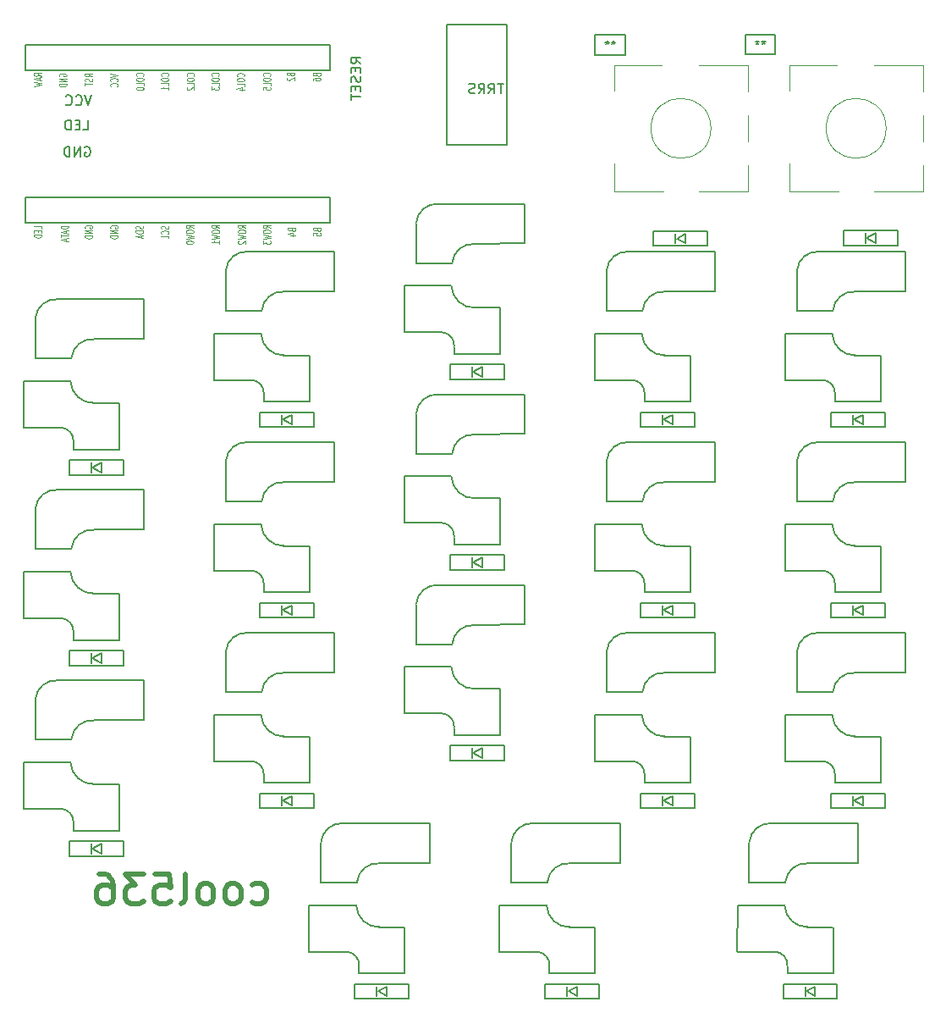
<source format=gbr>
G04 #@! TF.GenerationSoftware,KiCad,Pcbnew,(5.1.6-0-10_14)*
G04 #@! TF.CreationDate,2022-10-29T14:19:20+09:00*
G04 #@! TF.ProjectId,cool536v130,636f6f6c-3533-4367-9631-33302e6b6963,rev?*
G04 #@! TF.SameCoordinates,Original*
G04 #@! TF.FileFunction,Legend,Bot*
G04 #@! TF.FilePolarity,Positive*
%FSLAX46Y46*%
G04 Gerber Fmt 4.6, Leading zero omitted, Abs format (unit mm)*
G04 Created by KiCad (PCBNEW (5.1.6-0-10_14)) date 2022-10-29 14:19:20*
%MOMM*%
%LPD*%
G01*
G04 APERTURE LIST*
%ADD10C,0.500000*%
%ADD11C,0.150000*%
%ADD12C,0.120000*%
%ADD13C,0.125000*%
G04 APERTURE END LIST*
D10*
X65151428Y-121784285D02*
X65437142Y-121927142D01*
X66008571Y-121927142D01*
X66294285Y-121784285D01*
X66437142Y-121641428D01*
X66580000Y-121355714D01*
X66580000Y-120498571D01*
X66437142Y-120212857D01*
X66294285Y-120070000D01*
X66008571Y-119927142D01*
X65437142Y-119927142D01*
X65151428Y-120070000D01*
X63437142Y-121927142D02*
X63722857Y-121784285D01*
X63865714Y-121641428D01*
X64008571Y-121355714D01*
X64008571Y-120498571D01*
X63865714Y-120212857D01*
X63722857Y-120070000D01*
X63437142Y-119927142D01*
X63008571Y-119927142D01*
X62722857Y-120070000D01*
X62580000Y-120212857D01*
X62437142Y-120498571D01*
X62437142Y-121355714D01*
X62580000Y-121641428D01*
X62722857Y-121784285D01*
X63008571Y-121927142D01*
X63437142Y-121927142D01*
X60722857Y-121927142D02*
X61008571Y-121784285D01*
X61151428Y-121641428D01*
X61294285Y-121355714D01*
X61294285Y-120498571D01*
X61151428Y-120212857D01*
X61008571Y-120070000D01*
X60722857Y-119927142D01*
X60294285Y-119927142D01*
X60008571Y-120070000D01*
X59865714Y-120212857D01*
X59722857Y-120498571D01*
X59722857Y-121355714D01*
X59865714Y-121641428D01*
X60008571Y-121784285D01*
X60294285Y-121927142D01*
X60722857Y-121927142D01*
X58008571Y-121927142D02*
X58294285Y-121784285D01*
X58437142Y-121498571D01*
X58437142Y-118927142D01*
X55437142Y-118927142D02*
X56865714Y-118927142D01*
X57008571Y-120355714D01*
X56865714Y-120212857D01*
X56580000Y-120070000D01*
X55865714Y-120070000D01*
X55580000Y-120212857D01*
X55437142Y-120355714D01*
X55294285Y-120641428D01*
X55294285Y-121355714D01*
X55437142Y-121641428D01*
X55580000Y-121784285D01*
X55865714Y-121927142D01*
X56580000Y-121927142D01*
X56865714Y-121784285D01*
X57008571Y-121641428D01*
X54294285Y-118927142D02*
X52437142Y-118927142D01*
X53437142Y-120070000D01*
X53008571Y-120070000D01*
X52722857Y-120212857D01*
X52580000Y-120355714D01*
X52437142Y-120641428D01*
X52437142Y-121355714D01*
X52580000Y-121641428D01*
X52722857Y-121784285D01*
X53008571Y-121927142D01*
X53865714Y-121927142D01*
X54151428Y-121784285D01*
X54294285Y-121641428D01*
X49865714Y-118927142D02*
X50437142Y-118927142D01*
X50722857Y-119070000D01*
X50865714Y-119212857D01*
X51151428Y-119641428D01*
X51294285Y-120212857D01*
X51294285Y-121355714D01*
X51151428Y-121641428D01*
X51008571Y-121784285D01*
X50722857Y-121927142D01*
X50151428Y-121927142D01*
X49865714Y-121784285D01*
X49722857Y-121641428D01*
X49580000Y-121355714D01*
X49580000Y-120641428D01*
X49722857Y-120355714D01*
X49865714Y-120212857D01*
X50151428Y-120070000D01*
X50722857Y-120070000D01*
X51008571Y-120212857D01*
X51151428Y-120355714D01*
X51294285Y-120641428D01*
D11*
X85370000Y-104370000D02*
X85370000Y-105070000D01*
X80375000Y-98270000D02*
X80350000Y-102870000D01*
X89950000Y-100470000D02*
X89950000Y-105070000D01*
X84150000Y-102895000D02*
X80375000Y-102895000D01*
X85075000Y-98245000D02*
X80375000Y-98245000D01*
X89925000Y-100445000D02*
X87375000Y-100445000D01*
X89925000Y-105095000D02*
X85375000Y-105095000D01*
X92450000Y-94020000D02*
X87400000Y-94066000D01*
X92450000Y-93974000D02*
X92450000Y-90066000D01*
X92450000Y-90066000D02*
X83825000Y-90066000D01*
X81550000Y-92020000D02*
X81550000Y-95965000D01*
X81550000Y-95974000D02*
X85160000Y-95974000D01*
X81561000Y-91950000D02*
G75*
G02*
X83825000Y-90066000I2074000J-190000D01*
G01*
X85165000Y-95950000D02*
G75*
G02*
X87425000Y-94070000I2070000J-190000D01*
G01*
X85080000Y-98270000D02*
G75*
G03*
X87450000Y-100440000I2270000J100000D01*
G01*
X85370000Y-104320000D02*
G75*
G03*
X84150000Y-102900000I-1320000J100000D01*
G01*
X43450000Y-86449000D02*
X47060000Y-86449000D01*
X43450000Y-82495000D02*
X43450000Y-86440000D01*
X54350000Y-80541000D02*
X45725000Y-80541000D01*
X54350000Y-84449000D02*
X54350000Y-80541000D01*
X54350000Y-84495000D02*
X49300000Y-84541000D01*
X51825000Y-95570000D02*
X47275000Y-95570000D01*
X51825000Y-90920000D02*
X49275000Y-90920000D01*
X46975000Y-88720000D02*
X42275000Y-88720000D01*
X46050000Y-93370000D02*
X42275000Y-93370000D01*
X51850000Y-90945000D02*
X51850000Y-95545000D01*
X42275000Y-88745000D02*
X42250000Y-93345000D01*
X47270000Y-94845000D02*
X47270000Y-95545000D01*
X47270000Y-94795000D02*
G75*
G03*
X46050000Y-93375000I-1320000J100000D01*
G01*
X46980000Y-88745000D02*
G75*
G03*
X49350000Y-90915000I2270000J100000D01*
G01*
X47065000Y-86425000D02*
G75*
G02*
X49325000Y-84545000I2070000J-190000D01*
G01*
X43461000Y-82425000D02*
G75*
G02*
X45725000Y-80541000I2074000J-190000D01*
G01*
X91075000Y-119786500D02*
X94685000Y-119786500D01*
X91075000Y-115832500D02*
X91075000Y-119777500D01*
X101975000Y-113878500D02*
X93350000Y-113878500D01*
X101975000Y-117786500D02*
X101975000Y-113878500D01*
X101975000Y-117832500D02*
X96925000Y-117878500D01*
X99450000Y-128907500D02*
X94900000Y-128907500D01*
X99450000Y-124257500D02*
X96900000Y-124257500D01*
X94600000Y-122057500D02*
X89900000Y-122057500D01*
X93675000Y-126707500D02*
X89900000Y-126707500D01*
X99475000Y-124282500D02*
X99475000Y-128882500D01*
X89900000Y-122082500D02*
X89875000Y-126682500D01*
X94895000Y-128182500D02*
X94895000Y-128882500D01*
X94895000Y-128132500D02*
G75*
G03*
X93675000Y-126712500I-1320000J100000D01*
G01*
X94605000Y-122082500D02*
G75*
G03*
X96975000Y-124252500I2270000J100000D01*
G01*
X94690000Y-119762500D02*
G75*
G02*
X96950000Y-117882500I2070000J-190000D01*
G01*
X91086000Y-115762500D02*
G75*
G02*
X93350000Y-113878500I2074000J-190000D01*
G01*
X66320000Y-90082500D02*
X66320000Y-90782500D01*
X61325000Y-83982500D02*
X61300000Y-88582500D01*
X70900000Y-86182500D02*
X70900000Y-90782500D01*
X65100000Y-88607500D02*
X61325000Y-88607500D01*
X66025000Y-83957500D02*
X61325000Y-83957500D01*
X70875000Y-86157500D02*
X68325000Y-86157500D01*
X70875000Y-90807500D02*
X66325000Y-90807500D01*
X73400000Y-79732500D02*
X68350000Y-79778500D01*
X73400000Y-79686500D02*
X73400000Y-75778500D01*
X73400000Y-75778500D02*
X64775000Y-75778500D01*
X62500000Y-77732500D02*
X62500000Y-81677500D01*
X62500000Y-81686500D02*
X66110000Y-81686500D01*
X62511000Y-77662500D02*
G75*
G02*
X64775000Y-75778500I2074000J-190000D01*
G01*
X66115000Y-81662500D02*
G75*
G02*
X68375000Y-79782500I2070000J-190000D01*
G01*
X66030000Y-83982500D02*
G75*
G03*
X68400000Y-86152500I2270000J100000D01*
G01*
X66320000Y-90032500D02*
G75*
G03*
X65100000Y-88612500I-1320000J100000D01*
G01*
X68200000Y-73532499D02*
X69100000Y-74032499D01*
X69100000Y-74032499D02*
X69100000Y-73032499D01*
X69100000Y-73032499D02*
X68200000Y-73532499D01*
X68100000Y-74032499D02*
X68100000Y-73032499D01*
X71300000Y-74282499D02*
X65900000Y-74282499D01*
X65900000Y-74282499D02*
X65900000Y-72782499D01*
X65900000Y-72782499D02*
X71300000Y-72782499D01*
X71300000Y-72782499D02*
X71300000Y-74282499D01*
X120588000Y-130682500D02*
X121488000Y-131182500D01*
X121488000Y-131182500D02*
X121488000Y-130182500D01*
X121488000Y-130182500D02*
X120588000Y-130682500D01*
X120488000Y-131182500D02*
X120488000Y-130182500D01*
X123688000Y-131432500D02*
X118288000Y-131432500D01*
X118288000Y-131432500D02*
X118288000Y-129932500D01*
X118288000Y-129932500D02*
X123688000Y-129932500D01*
X123688000Y-129932500D02*
X123688000Y-131432500D01*
X107620000Y-55420000D02*
X108520000Y-54920000D01*
X108520000Y-54920000D02*
X108520000Y-55920000D01*
X108520000Y-55920000D02*
X107620000Y-55420000D01*
X107520000Y-54920000D02*
X107520000Y-55920000D01*
X110720000Y-54670000D02*
X105320000Y-54670000D01*
X105320000Y-54670000D02*
X105320000Y-56170000D01*
X105320000Y-56170000D02*
X110720000Y-56170000D01*
X110720000Y-56170000D02*
X110720000Y-54670000D01*
X125350000Y-73532499D02*
X126250000Y-74032499D01*
X126250000Y-74032499D02*
X126250000Y-73032499D01*
X126250000Y-73032499D02*
X125350000Y-73532499D01*
X125250000Y-74032499D02*
X125250000Y-73032499D01*
X128450000Y-74282499D02*
X123050000Y-74282499D01*
X123050000Y-74282499D02*
X123050000Y-72782499D01*
X123050000Y-72782499D02*
X128450000Y-72782499D01*
X128450000Y-72782499D02*
X128450000Y-74282499D01*
X84600000Y-46070000D02*
X84600000Y-34070000D01*
X90600000Y-46070000D02*
X84600000Y-46070000D01*
X90600000Y-34070000D02*
X90600000Y-46070000D01*
X84600000Y-34070000D02*
X90600000Y-34070000D01*
X62500000Y-100736500D02*
X66110000Y-100736500D01*
X62500000Y-96782500D02*
X62500000Y-100727500D01*
X73400000Y-94828500D02*
X64775000Y-94828500D01*
X73400000Y-98736500D02*
X73400000Y-94828500D01*
X73400000Y-98782500D02*
X68350000Y-98828500D01*
X70875000Y-109857500D02*
X66325000Y-109857500D01*
X70875000Y-105207500D02*
X68325000Y-105207500D01*
X66025000Y-103007500D02*
X61325000Y-103007500D01*
X65100000Y-107657500D02*
X61325000Y-107657500D01*
X70900000Y-105232500D02*
X70900000Y-109832500D01*
X61325000Y-103032500D02*
X61300000Y-107632500D01*
X66320000Y-109132500D02*
X66320000Y-109832500D01*
X66320000Y-109082500D02*
G75*
G03*
X65100000Y-107662500I-1320000J100000D01*
G01*
X66030000Y-103032500D02*
G75*
G03*
X68400000Y-105202500I2270000J100000D01*
G01*
X66115000Y-100712500D02*
G75*
G02*
X68375000Y-98832500I2070000J-190000D01*
G01*
X62511000Y-96712500D02*
G75*
G02*
X64775000Y-94828500I2074000J-190000D01*
G01*
X104420000Y-109132500D02*
X104420000Y-109832500D01*
X99425000Y-103032500D02*
X99400000Y-107632500D01*
X109000000Y-105232500D02*
X109000000Y-109832500D01*
X103200000Y-107657500D02*
X99425000Y-107657500D01*
X104125000Y-103007500D02*
X99425000Y-103007500D01*
X108975000Y-105207500D02*
X106425000Y-105207500D01*
X108975000Y-109857500D02*
X104425000Y-109857500D01*
X111500000Y-98782500D02*
X106450000Y-98828500D01*
X111500000Y-98736500D02*
X111500000Y-94828500D01*
X111500000Y-94828500D02*
X102875000Y-94828500D01*
X100600000Y-96782500D02*
X100600000Y-100727500D01*
X100600000Y-100736500D02*
X104210000Y-100736500D01*
X100611000Y-96712500D02*
G75*
G02*
X102875000Y-94828500I2074000J-190000D01*
G01*
X104215000Y-100712500D02*
G75*
G02*
X106475000Y-98832500I2070000J-190000D01*
G01*
X104130000Y-103032500D02*
G75*
G03*
X106500000Y-105202500I2270000J100000D01*
G01*
X104420000Y-109082500D02*
G75*
G03*
X103200000Y-107662500I-1320000J100000D01*
G01*
X42422000Y-38630000D02*
X42422000Y-36090000D01*
X42422000Y-36090000D02*
X72902000Y-36090000D01*
X72902000Y-36090000D02*
X72902000Y-38630000D01*
X72902000Y-38630000D02*
X42422000Y-38630000D01*
X42422000Y-53870000D02*
X42422000Y-51330000D01*
X42422000Y-51330000D02*
X72902000Y-51330000D01*
X72902000Y-51330000D02*
X72902000Y-53870000D01*
X72902000Y-53870000D02*
X42422000Y-53870000D01*
X49150000Y-78295000D02*
X50050000Y-78795000D01*
X50050000Y-78795000D02*
X50050000Y-77795000D01*
X50050000Y-77795000D02*
X49150000Y-78295000D01*
X49050000Y-78795000D02*
X49050000Y-77795000D01*
X52250000Y-79045000D02*
X46850000Y-79045000D01*
X46850000Y-79045000D02*
X46850000Y-77545000D01*
X46850000Y-77545000D02*
X52250000Y-77545000D01*
X52250000Y-77545000D02*
X52250000Y-79045000D01*
X118708000Y-128182500D02*
X118708000Y-128882500D01*
X113713000Y-122082500D02*
X113688000Y-126682500D01*
X123288000Y-124282500D02*
X123288000Y-128882500D01*
X117488000Y-126707500D02*
X113713000Y-126707500D01*
X118413000Y-122057500D02*
X113713000Y-122057500D01*
X123263000Y-124257500D02*
X120713000Y-124257500D01*
X123263000Y-128907500D02*
X118713000Y-128907500D01*
X125788000Y-117832500D02*
X120738000Y-117878500D01*
X125788000Y-117786500D02*
X125788000Y-113878500D01*
X125788000Y-113878500D02*
X117163000Y-113878500D01*
X114888000Y-115832500D02*
X114888000Y-119777500D01*
X114888000Y-119786500D02*
X118498000Y-119786500D01*
X114899000Y-115762500D02*
G75*
G02*
X117163000Y-113878500I2074000J-190000D01*
G01*
X118503000Y-119762500D02*
G75*
G02*
X120763000Y-117882500I2070000J-190000D01*
G01*
X118418000Y-122082500D02*
G75*
G03*
X120788000Y-124252500I2270000J100000D01*
G01*
X118708000Y-128132500D02*
G75*
G03*
X117488000Y-126712500I-1320000J100000D01*
G01*
X123470000Y-71032499D02*
X123470000Y-71732499D01*
X118475000Y-64932499D02*
X118450000Y-69532499D01*
X128050000Y-67132499D02*
X128050000Y-71732499D01*
X122250000Y-69557499D02*
X118475000Y-69557499D01*
X123175000Y-64907499D02*
X118475000Y-64907499D01*
X128025000Y-67107499D02*
X125475000Y-67107499D01*
X128025000Y-71757499D02*
X123475000Y-71757499D01*
X130550000Y-60682499D02*
X125500000Y-60728499D01*
X130550000Y-60636499D02*
X130550000Y-56728499D01*
X130550000Y-56728499D02*
X121925000Y-56728499D01*
X119650000Y-58682499D02*
X119650000Y-62627499D01*
X119650000Y-62636499D02*
X123260000Y-62636499D01*
X119661000Y-58612499D02*
G75*
G02*
X121925000Y-56728499I2074000J-190000D01*
G01*
X123265000Y-62612499D02*
G75*
G02*
X125525000Y-60732499I2070000J-190000D01*
G01*
X123180000Y-64932499D02*
G75*
G03*
X125550000Y-67102499I2270000J100000D01*
G01*
X123470000Y-70982499D02*
G75*
G03*
X122250000Y-69562499I-1320000J100000D01*
G01*
D12*
X101360000Y-50710000D02*
X101360000Y-47910000D01*
X106260000Y-50710000D02*
X101360000Y-50710000D01*
X111060000Y-44410000D02*
G75*
G03*
X111060000Y-44410000I-3000000J0D01*
G01*
X101360000Y-38110000D02*
X101360000Y-40610000D01*
X106160000Y-38110000D02*
X101360000Y-38110000D01*
X109860000Y-38110000D02*
X114760000Y-38110000D01*
X114760000Y-38110000D02*
X114760000Y-40710000D01*
X114760000Y-48110000D02*
X114760000Y-50710000D01*
X114760000Y-50710000D02*
X109860000Y-50710000D01*
X114760000Y-43110000D02*
X114760000Y-45710000D01*
D11*
X100600000Y-62636499D02*
X104210000Y-62636499D01*
X100600000Y-58682499D02*
X100600000Y-62627499D01*
X111500000Y-56728499D02*
X102875000Y-56728499D01*
X111500000Y-60636499D02*
X111500000Y-56728499D01*
X111500000Y-60682499D02*
X106450000Y-60728499D01*
X108975000Y-71757499D02*
X104425000Y-71757499D01*
X108975000Y-67107499D02*
X106425000Y-67107499D01*
X104125000Y-64907499D02*
X99425000Y-64907499D01*
X103200000Y-69557499D02*
X99425000Y-69557499D01*
X109000000Y-67132499D02*
X109000000Y-71732499D01*
X99425000Y-64932499D02*
X99400000Y-69532499D01*
X104420000Y-71032499D02*
X104420000Y-71732499D01*
X104420000Y-70982499D02*
G75*
G03*
X103200000Y-69562499I-1320000J100000D01*
G01*
X104130000Y-64932499D02*
G75*
G03*
X106500000Y-67102499I2270000J100000D01*
G01*
X104215000Y-62612499D02*
G75*
G02*
X106475000Y-60732499I2070000J-190000D01*
G01*
X100611000Y-58612499D02*
G75*
G02*
X102875000Y-56728499I2074000J-190000D01*
G01*
X43450000Y-67399000D02*
X47060000Y-67399000D01*
X43450000Y-63445000D02*
X43450000Y-67390000D01*
X54350000Y-61491000D02*
X45725000Y-61491000D01*
X54350000Y-65399000D02*
X54350000Y-61491000D01*
X54350000Y-65445000D02*
X49300000Y-65491000D01*
X51825000Y-76520000D02*
X47275000Y-76520000D01*
X51825000Y-71870000D02*
X49275000Y-71870000D01*
X46975000Y-69670000D02*
X42275000Y-69670000D01*
X46050000Y-74320000D02*
X42275000Y-74320000D01*
X51850000Y-71895000D02*
X51850000Y-76495000D01*
X42275000Y-69695000D02*
X42250000Y-74295000D01*
X47270000Y-75795000D02*
X47270000Y-76495000D01*
X47270000Y-75745000D02*
G75*
G03*
X46050000Y-74325000I-1320000J100000D01*
G01*
X46980000Y-69695000D02*
G75*
G03*
X49350000Y-71865000I2270000J100000D01*
G01*
X47065000Y-67375000D02*
G75*
G02*
X49325000Y-65495000I2070000J-190000D01*
G01*
X43461000Y-63375000D02*
G75*
G02*
X45725000Y-61491000I2074000J-190000D01*
G01*
X96775000Y-130682500D02*
X97675000Y-131182500D01*
X97675000Y-131182500D02*
X97675000Y-130182500D01*
X97675000Y-130182500D02*
X96775000Y-130682500D01*
X96675000Y-131182500D02*
X96675000Y-130182500D01*
X99875000Y-131432500D02*
X94475000Y-131432500D01*
X94475000Y-131432500D02*
X94475000Y-129932500D01*
X94475000Y-129932500D02*
X99875000Y-129932500D01*
X99875000Y-129932500D02*
X99875000Y-131432500D01*
X104420000Y-90082500D02*
X104420000Y-90782500D01*
X99425000Y-83982500D02*
X99400000Y-88582500D01*
X109000000Y-86182500D02*
X109000000Y-90782500D01*
X103200000Y-88607500D02*
X99425000Y-88607500D01*
X104125000Y-83957500D02*
X99425000Y-83957500D01*
X108975000Y-86157500D02*
X106425000Y-86157500D01*
X108975000Y-90807500D02*
X104425000Y-90807500D01*
X111500000Y-79732500D02*
X106450000Y-79778500D01*
X111500000Y-79686500D02*
X111500000Y-75778500D01*
X111500000Y-75778500D02*
X102875000Y-75778500D01*
X100600000Y-77732500D02*
X100600000Y-81677500D01*
X100600000Y-81686500D02*
X104210000Y-81686500D01*
X100611000Y-77662500D02*
G75*
G02*
X102875000Y-75778500I2074000J-190000D01*
G01*
X104215000Y-81662500D02*
G75*
G02*
X106475000Y-79782500I2070000J-190000D01*
G01*
X104130000Y-83982500D02*
G75*
G03*
X106500000Y-86152500I2270000J100000D01*
G01*
X104420000Y-90032500D02*
G75*
G03*
X103200000Y-88612500I-1320000J100000D01*
G01*
X87250000Y-87820000D02*
X88150000Y-88320000D01*
X88150000Y-88320000D02*
X88150000Y-87320000D01*
X88150000Y-87320000D02*
X87250000Y-87820000D01*
X87150000Y-88320000D02*
X87150000Y-87320000D01*
X90350000Y-88570000D02*
X84950000Y-88570000D01*
X84950000Y-88570000D02*
X84950000Y-87070000D01*
X84950000Y-87070000D02*
X90350000Y-87070000D01*
X90350000Y-87070000D02*
X90350000Y-88570000D01*
X77725000Y-130682500D02*
X78625000Y-131182500D01*
X78625000Y-131182500D02*
X78625000Y-130182500D01*
X78625000Y-130182500D02*
X77725000Y-130682500D01*
X77625000Y-131182500D02*
X77625000Y-130182500D01*
X80825000Y-131432500D02*
X75425000Y-131432500D01*
X75425000Y-131432500D02*
X75425000Y-129932500D01*
X75425000Y-129932500D02*
X80825000Y-129932500D01*
X80825000Y-129932500D02*
X80825000Y-131432500D01*
X62500000Y-62636499D02*
X66110000Y-62636499D01*
X62500000Y-58682499D02*
X62500000Y-62627499D01*
X73400000Y-56728499D02*
X64775000Y-56728499D01*
X73400000Y-60636499D02*
X73400000Y-56728499D01*
X73400000Y-60682499D02*
X68350000Y-60728499D01*
X70875000Y-71757499D02*
X66325000Y-71757499D01*
X70875000Y-67107499D02*
X68325000Y-67107499D01*
X66025000Y-64907499D02*
X61325000Y-64907499D01*
X65100000Y-69557499D02*
X61325000Y-69557499D01*
X70900000Y-67132499D02*
X70900000Y-71732499D01*
X61325000Y-64932499D02*
X61300000Y-69532499D01*
X66320000Y-71032499D02*
X66320000Y-71732499D01*
X66320000Y-70982499D02*
G75*
G03*
X65100000Y-69562499I-1320000J100000D01*
G01*
X66030000Y-64932499D02*
G75*
G03*
X68400000Y-67102499I2270000J100000D01*
G01*
X66115000Y-62612499D02*
G75*
G02*
X68375000Y-60732499I2070000J-190000D01*
G01*
X62511000Y-58612499D02*
G75*
G02*
X64775000Y-56728499I2074000J-190000D01*
G01*
X47270000Y-113895000D02*
X47270000Y-114595000D01*
X42275000Y-107795000D02*
X42250000Y-112395000D01*
X51850000Y-109995000D02*
X51850000Y-114595000D01*
X46050000Y-112420000D02*
X42275000Y-112420000D01*
X46975000Y-107770000D02*
X42275000Y-107770000D01*
X51825000Y-109970000D02*
X49275000Y-109970000D01*
X51825000Y-114620000D02*
X47275000Y-114620000D01*
X54350000Y-103545000D02*
X49300000Y-103591000D01*
X54350000Y-103499000D02*
X54350000Y-99591000D01*
X54350000Y-99591000D02*
X45725000Y-99591000D01*
X43450000Y-101545000D02*
X43450000Y-105490000D01*
X43450000Y-105499000D02*
X47060000Y-105499000D01*
X43461000Y-101475000D02*
G75*
G02*
X45725000Y-99591000I2074000J-190000D01*
G01*
X47065000Y-105475000D02*
G75*
G02*
X49325000Y-103595000I2070000J-190000D01*
G01*
X46980000Y-107795000D02*
G75*
G03*
X49350000Y-109965000I2270000J100000D01*
G01*
X47270000Y-113845000D02*
G75*
G03*
X46050000Y-112425000I-1320000J100000D01*
G01*
X125350000Y-111632500D02*
X126250000Y-112132500D01*
X126250000Y-112132500D02*
X126250000Y-111132500D01*
X126250000Y-111132500D02*
X125350000Y-111632500D01*
X125250000Y-112132500D02*
X125250000Y-111132500D01*
X128450000Y-112382500D02*
X123050000Y-112382500D01*
X123050000Y-112382500D02*
X123050000Y-110882500D01*
X123050000Y-110882500D02*
X128450000Y-110882500D01*
X128450000Y-110882500D02*
X128450000Y-112382500D01*
X85370000Y-85320000D02*
X85370000Y-86020000D01*
X80375000Y-79220000D02*
X80350000Y-83820000D01*
X89950000Y-81420000D02*
X89950000Y-86020000D01*
X84150000Y-83845000D02*
X80375000Y-83845000D01*
X85075000Y-79195000D02*
X80375000Y-79195000D01*
X89925000Y-81395000D02*
X87375000Y-81395000D01*
X89925000Y-86045000D02*
X85375000Y-86045000D01*
X92450000Y-74970000D02*
X87400000Y-75016000D01*
X92450000Y-74924000D02*
X92450000Y-71016000D01*
X92450000Y-71016000D02*
X83825000Y-71016000D01*
X81550000Y-72970000D02*
X81550000Y-76915000D01*
X81550000Y-76924000D02*
X85160000Y-76924000D01*
X81561000Y-72900000D02*
G75*
G02*
X83825000Y-71016000I2074000J-190000D01*
G01*
X85165000Y-76900000D02*
G75*
G02*
X87425000Y-75020000I2070000J-190000D01*
G01*
X85080000Y-79220000D02*
G75*
G03*
X87450000Y-81390000I2270000J100000D01*
G01*
X85370000Y-85270000D02*
G75*
G03*
X84150000Y-83850000I-1320000J100000D01*
G01*
X106300000Y-111632500D02*
X107200000Y-112132500D01*
X107200000Y-112132500D02*
X107200000Y-111132500D01*
X107200000Y-111132500D02*
X106300000Y-111632500D01*
X106200000Y-112132500D02*
X106200000Y-111132500D01*
X109400000Y-112382500D02*
X104000000Y-112382500D01*
X104000000Y-112382500D02*
X104000000Y-110882500D01*
X104000000Y-110882500D02*
X109400000Y-110882500D01*
X109400000Y-110882500D02*
X109400000Y-112382500D01*
D12*
X128590000Y-44410000D02*
G75*
G03*
X128590000Y-44410000I-3000000J0D01*
G01*
X118890000Y-38110000D02*
X118890000Y-40610000D01*
X123690000Y-38110000D02*
X118890000Y-38110000D01*
X127390000Y-38110000D02*
X132290000Y-38110000D01*
X132290000Y-38110000D02*
X132290000Y-40710000D01*
X132290000Y-43110000D02*
X132290000Y-45710000D01*
X132290000Y-48110000D02*
X132290000Y-50710000D01*
X132290000Y-50710000D02*
X127390000Y-50710000D01*
X123790000Y-50710000D02*
X118890000Y-50710000D01*
X118890000Y-50710000D02*
X118890000Y-47910000D01*
D11*
X123470000Y-90082500D02*
X123470000Y-90782500D01*
X118475000Y-83982500D02*
X118450000Y-88582500D01*
X128050000Y-86182500D02*
X128050000Y-90782500D01*
X122250000Y-88607500D02*
X118475000Y-88607500D01*
X123175000Y-83957500D02*
X118475000Y-83957500D01*
X128025000Y-86157500D02*
X125475000Y-86157500D01*
X128025000Y-90807500D02*
X123475000Y-90807500D01*
X130550000Y-79732500D02*
X125500000Y-79778500D01*
X130550000Y-79686500D02*
X130550000Y-75778500D01*
X130550000Y-75778500D02*
X121925000Y-75778500D01*
X119650000Y-77732500D02*
X119650000Y-81677500D01*
X119650000Y-81686500D02*
X123260000Y-81686500D01*
X119661000Y-77662500D02*
G75*
G02*
X121925000Y-75778500I2074000J-190000D01*
G01*
X123265000Y-81662500D02*
G75*
G02*
X125525000Y-79782500I2070000J-190000D01*
G01*
X123180000Y-83982500D02*
G75*
G03*
X125550000Y-86152500I2270000J100000D01*
G01*
X123470000Y-90032500D02*
G75*
G03*
X122250000Y-88612500I-1320000J100000D01*
G01*
X68200000Y-92582500D02*
X69100000Y-93082500D01*
X69100000Y-93082500D02*
X69100000Y-92082500D01*
X69100000Y-92082500D02*
X68200000Y-92582500D01*
X68100000Y-93082500D02*
X68100000Y-92082500D01*
X71300000Y-93332500D02*
X65900000Y-93332500D01*
X65900000Y-93332500D02*
X65900000Y-91832500D01*
X65900000Y-91832500D02*
X71300000Y-91832500D01*
X71300000Y-91832500D02*
X71300000Y-93332500D01*
X72025000Y-119786500D02*
X75635000Y-119786500D01*
X72025000Y-115832500D02*
X72025000Y-119777500D01*
X82925000Y-113878500D02*
X74300000Y-113878500D01*
X82925000Y-117786500D02*
X82925000Y-113878500D01*
X82925000Y-117832500D02*
X77875000Y-117878500D01*
X80400000Y-128907500D02*
X75850000Y-128907500D01*
X80400000Y-124257500D02*
X77850000Y-124257500D01*
X75550000Y-122057500D02*
X70850000Y-122057500D01*
X74625000Y-126707500D02*
X70850000Y-126707500D01*
X80425000Y-124282500D02*
X80425000Y-128882500D01*
X70850000Y-122082500D02*
X70825000Y-126682500D01*
X75845000Y-128182500D02*
X75845000Y-128882500D01*
X75845000Y-128132500D02*
G75*
G03*
X74625000Y-126712500I-1320000J100000D01*
G01*
X75555000Y-122082500D02*
G75*
G03*
X77925000Y-124252500I2270000J100000D01*
G01*
X75640000Y-119762500D02*
G75*
G02*
X77900000Y-117882500I2070000J-190000D01*
G01*
X72036000Y-115762500D02*
G75*
G02*
X74300000Y-113878500I2074000J-190000D01*
G01*
X123470000Y-109132500D02*
X123470000Y-109832500D01*
X118475000Y-103032500D02*
X118450000Y-107632500D01*
X128050000Y-105232500D02*
X128050000Y-109832500D01*
X122250000Y-107657500D02*
X118475000Y-107657500D01*
X123175000Y-103007500D02*
X118475000Y-103007500D01*
X128025000Y-105207500D02*
X125475000Y-105207500D01*
X128025000Y-109857500D02*
X123475000Y-109857500D01*
X130550000Y-98782500D02*
X125500000Y-98828500D01*
X130550000Y-98736500D02*
X130550000Y-94828500D01*
X130550000Y-94828500D02*
X121925000Y-94828500D01*
X119650000Y-96782500D02*
X119650000Y-100727500D01*
X119650000Y-100736500D02*
X123260000Y-100736500D01*
X119661000Y-96712500D02*
G75*
G02*
X121925000Y-94828500I2074000J-190000D01*
G01*
X123265000Y-100712500D02*
G75*
G02*
X125525000Y-98832500I2070000J-190000D01*
G01*
X123180000Y-103032500D02*
G75*
G03*
X125550000Y-105202500I2270000J100000D01*
G01*
X123470000Y-109082500D02*
G75*
G03*
X122250000Y-107662500I-1320000J100000D01*
G01*
X49150000Y-116395000D02*
X50050000Y-116895000D01*
X50050000Y-116895000D02*
X50050000Y-115895000D01*
X50050000Y-115895000D02*
X49150000Y-116395000D01*
X49050000Y-116895000D02*
X49050000Y-115895000D01*
X52250000Y-117145000D02*
X46850000Y-117145000D01*
X46850000Y-117145000D02*
X46850000Y-115645000D01*
X46850000Y-115645000D02*
X52250000Y-115645000D01*
X52250000Y-115645000D02*
X52250000Y-117145000D01*
X87250000Y-68770000D02*
X88150000Y-69270000D01*
X88150000Y-69270000D02*
X88150000Y-68270000D01*
X88150000Y-68270000D02*
X87250000Y-68770000D01*
X87150000Y-69270000D02*
X87150000Y-68270000D01*
X90350000Y-69520000D02*
X84950000Y-69520000D01*
X84950000Y-69520000D02*
X84950000Y-68020000D01*
X84950000Y-68020000D02*
X90350000Y-68020000D01*
X90350000Y-68020000D02*
X90350000Y-69520000D01*
X106300000Y-73532499D02*
X107200000Y-74032499D01*
X107200000Y-74032499D02*
X107200000Y-73032499D01*
X107200000Y-73032499D02*
X106300000Y-73532499D01*
X106200000Y-74032499D02*
X106200000Y-73032499D01*
X109400000Y-74282499D02*
X104000000Y-74282499D01*
X104000000Y-74282499D02*
X104000000Y-72782499D01*
X104000000Y-72782499D02*
X109400000Y-72782499D01*
X109400000Y-72782499D02*
X109400000Y-74282499D01*
X49150000Y-97345000D02*
X50050000Y-97845000D01*
X50050000Y-97845000D02*
X50050000Y-96845000D01*
X50050000Y-96845000D02*
X49150000Y-97345000D01*
X49050000Y-97845000D02*
X49050000Y-96845000D01*
X52250000Y-98095000D02*
X46850000Y-98095000D01*
X46850000Y-98095000D02*
X46850000Y-96595000D01*
X46850000Y-96595000D02*
X52250000Y-96595000D01*
X52250000Y-96595000D02*
X52250000Y-98095000D01*
X68200000Y-111632500D02*
X69100000Y-112132500D01*
X69100000Y-112132500D02*
X69100000Y-111132500D01*
X69100000Y-111132500D02*
X68200000Y-111632500D01*
X68100000Y-112132500D02*
X68100000Y-111132500D01*
X71300000Y-112382500D02*
X65900000Y-112382500D01*
X65900000Y-112382500D02*
X65900000Y-110882500D01*
X65900000Y-110882500D02*
X71300000Y-110882500D01*
X71300000Y-110882500D02*
X71300000Y-112382500D01*
X87250000Y-106870000D02*
X88150000Y-107370000D01*
X88150000Y-107370000D02*
X88150000Y-106370000D01*
X88150000Y-106370000D02*
X87250000Y-106870000D01*
X87150000Y-107370000D02*
X87150000Y-106370000D01*
X90350000Y-107620000D02*
X84950000Y-107620000D01*
X84950000Y-107620000D02*
X84950000Y-106120000D01*
X84950000Y-106120000D02*
X90350000Y-106120000D01*
X90350000Y-106120000D02*
X90350000Y-107620000D01*
X81550000Y-57874000D02*
X85160000Y-57874000D01*
X81550000Y-53920000D02*
X81550000Y-57865000D01*
X92450000Y-51966000D02*
X83825000Y-51966000D01*
X92450000Y-55874000D02*
X92450000Y-51966000D01*
X92450000Y-55920000D02*
X87400000Y-55966000D01*
X89925000Y-66995000D02*
X85375000Y-66995000D01*
X89925000Y-62345000D02*
X87375000Y-62345000D01*
X85075000Y-60145000D02*
X80375000Y-60145000D01*
X84150000Y-64795000D02*
X80375000Y-64795000D01*
X89950000Y-62370000D02*
X89950000Y-66970000D01*
X80375000Y-60170000D02*
X80350000Y-64770000D01*
X85370000Y-66270000D02*
X85370000Y-66970000D01*
X85370000Y-66220000D02*
G75*
G03*
X84150000Y-64800000I-1320000J100000D01*
G01*
X85080000Y-60170000D02*
G75*
G03*
X87450000Y-62340000I2270000J100000D01*
G01*
X85165000Y-57850000D02*
G75*
G02*
X87425000Y-55970000I2070000J-190000D01*
G01*
X81561000Y-53850000D02*
G75*
G02*
X83825000Y-51966000I2074000J-190000D01*
G01*
X106300000Y-92582500D02*
X107200000Y-93082500D01*
X107200000Y-93082500D02*
X107200000Y-92082500D01*
X107200000Y-92082500D02*
X106300000Y-92582500D01*
X106200000Y-93082500D02*
X106200000Y-92082500D01*
X109400000Y-93332500D02*
X104000000Y-93332500D01*
X104000000Y-93332500D02*
X104000000Y-91832500D01*
X104000000Y-91832500D02*
X109400000Y-91832500D01*
X109400000Y-91832500D02*
X109400000Y-93332500D01*
X125350000Y-92582500D02*
X126250000Y-93082500D01*
X126250000Y-93082500D02*
X126250000Y-92082500D01*
X126250000Y-92082500D02*
X125350000Y-92582500D01*
X125250000Y-93082500D02*
X125250000Y-92082500D01*
X128450000Y-93332500D02*
X123050000Y-93332500D01*
X123050000Y-93332500D02*
X123050000Y-91832500D01*
X123050000Y-91832500D02*
X128450000Y-91832500D01*
X128450000Y-91832500D02*
X128450000Y-93332500D01*
X126660000Y-55400000D02*
X127560000Y-54900000D01*
X127560000Y-54900000D02*
X127560000Y-55900000D01*
X127560000Y-55900000D02*
X126660000Y-55400000D01*
X126560000Y-54900000D02*
X126560000Y-55900000D01*
X129760000Y-54650000D02*
X124360000Y-54650000D01*
X124360000Y-54650000D02*
X124360000Y-56150000D01*
X124360000Y-56150000D02*
X129760000Y-56150000D01*
X129760000Y-56150000D02*
X129760000Y-54650000D01*
X102480000Y-37050000D02*
X99480000Y-37050000D01*
X99480000Y-37050000D02*
X99480000Y-35050000D01*
X99480000Y-35050000D02*
X102480000Y-35050000D01*
X102480000Y-35050000D02*
X102480000Y-37050000D01*
X117510000Y-35040000D02*
X117510000Y-37040000D01*
X114510000Y-35040000D02*
X117510000Y-35040000D01*
X114510000Y-37040000D02*
X114510000Y-35040000D01*
X117510000Y-37040000D02*
X114510000Y-37040000D01*
X76022380Y-37937619D02*
X75546190Y-37604285D01*
X76022380Y-37366190D02*
X75022380Y-37366190D01*
X75022380Y-37747142D01*
X75070000Y-37842380D01*
X75117619Y-37890000D01*
X75212857Y-37937619D01*
X75355714Y-37937619D01*
X75450952Y-37890000D01*
X75498571Y-37842380D01*
X75546190Y-37747142D01*
X75546190Y-37366190D01*
X75498571Y-38366190D02*
X75498571Y-38699523D01*
X76022380Y-38842380D02*
X76022380Y-38366190D01*
X75022380Y-38366190D01*
X75022380Y-38842380D01*
X75974761Y-39223333D02*
X76022380Y-39366190D01*
X76022380Y-39604285D01*
X75974761Y-39699523D01*
X75927142Y-39747142D01*
X75831904Y-39794761D01*
X75736666Y-39794761D01*
X75641428Y-39747142D01*
X75593809Y-39699523D01*
X75546190Y-39604285D01*
X75498571Y-39413809D01*
X75450952Y-39318571D01*
X75403333Y-39270952D01*
X75308095Y-39223333D01*
X75212857Y-39223333D01*
X75117619Y-39270952D01*
X75070000Y-39318571D01*
X75022380Y-39413809D01*
X75022380Y-39651904D01*
X75070000Y-39794761D01*
X75498571Y-40223333D02*
X75498571Y-40556666D01*
X76022380Y-40699523D02*
X76022380Y-40223333D01*
X75022380Y-40223333D01*
X75022380Y-40699523D01*
X75022380Y-40985238D02*
X75022380Y-41556666D01*
X76022380Y-41270952D02*
X75022380Y-41270952D01*
X90286404Y-39935880D02*
X89714976Y-39935880D01*
X90000690Y-40935880D02*
X90000690Y-39935880D01*
X88810214Y-40935880D02*
X89143547Y-40459690D01*
X89381642Y-40935880D02*
X89381642Y-39935880D01*
X89000690Y-39935880D01*
X88905452Y-39983500D01*
X88857833Y-40031119D01*
X88810214Y-40126357D01*
X88810214Y-40269214D01*
X88857833Y-40364452D01*
X88905452Y-40412071D01*
X89000690Y-40459690D01*
X89381642Y-40459690D01*
X87810214Y-40935880D02*
X88143547Y-40459690D01*
X88381642Y-40935880D02*
X88381642Y-39935880D01*
X88000690Y-39935880D01*
X87905452Y-39983500D01*
X87857833Y-40031119D01*
X87810214Y-40126357D01*
X87810214Y-40269214D01*
X87857833Y-40364452D01*
X87905452Y-40412071D01*
X88000690Y-40459690D01*
X88381642Y-40459690D01*
X87429261Y-40888261D02*
X87286404Y-40935880D01*
X87048309Y-40935880D01*
X86953071Y-40888261D01*
X86905452Y-40840642D01*
X86857833Y-40745404D01*
X86857833Y-40650166D01*
X86905452Y-40554928D01*
X86953071Y-40507309D01*
X87048309Y-40459690D01*
X87238785Y-40412071D01*
X87334023Y-40364452D01*
X87381642Y-40316833D01*
X87429261Y-40221595D01*
X87429261Y-40126357D01*
X87381642Y-40031119D01*
X87334023Y-39983500D01*
X87238785Y-39935880D01*
X87000690Y-39935880D01*
X86857833Y-39983500D01*
D13*
X61874785Y-54379047D02*
X61517642Y-54212380D01*
X61874785Y-54093333D02*
X61124785Y-54093333D01*
X61124785Y-54283809D01*
X61160500Y-54331428D01*
X61196214Y-54355238D01*
X61267642Y-54379047D01*
X61374785Y-54379047D01*
X61446214Y-54355238D01*
X61481928Y-54331428D01*
X61517642Y-54283809D01*
X61517642Y-54093333D01*
X61124785Y-54688571D02*
X61124785Y-54783809D01*
X61160500Y-54831428D01*
X61231928Y-54879047D01*
X61374785Y-54902857D01*
X61624785Y-54902857D01*
X61767642Y-54879047D01*
X61839071Y-54831428D01*
X61874785Y-54783809D01*
X61874785Y-54688571D01*
X61839071Y-54640952D01*
X61767642Y-54593333D01*
X61624785Y-54569523D01*
X61374785Y-54569523D01*
X61231928Y-54593333D01*
X61160500Y-54640952D01*
X61124785Y-54688571D01*
X61124785Y-55069523D02*
X61874785Y-55188571D01*
X61339071Y-55283809D01*
X61874785Y-55379047D01*
X61124785Y-55498095D01*
X61874785Y-55950476D02*
X61874785Y-55664761D01*
X61874785Y-55807619D02*
X61124785Y-55807619D01*
X61231928Y-55760000D01*
X61303357Y-55712380D01*
X61339071Y-55664761D01*
X64279857Y-39212380D02*
X64315571Y-39188571D01*
X64351285Y-39117142D01*
X64351285Y-39069523D01*
X64315571Y-38998095D01*
X64244142Y-38950476D01*
X64172714Y-38926666D01*
X64029857Y-38902857D01*
X63922714Y-38902857D01*
X63779857Y-38926666D01*
X63708428Y-38950476D01*
X63637000Y-38998095D01*
X63601285Y-39069523D01*
X63601285Y-39117142D01*
X63637000Y-39188571D01*
X63672714Y-39212380D01*
X63601285Y-39521904D02*
X63601285Y-39617142D01*
X63637000Y-39664761D01*
X63708428Y-39712380D01*
X63851285Y-39736190D01*
X64101285Y-39736190D01*
X64244142Y-39712380D01*
X64315571Y-39664761D01*
X64351285Y-39617142D01*
X64351285Y-39521904D01*
X64315571Y-39474285D01*
X64244142Y-39426666D01*
X64101285Y-39402857D01*
X63851285Y-39402857D01*
X63708428Y-39426666D01*
X63637000Y-39474285D01*
X63601285Y-39521904D01*
X64351285Y-40188571D02*
X64351285Y-39950476D01*
X63601285Y-39950476D01*
X63851285Y-40569523D02*
X64351285Y-40569523D01*
X63565571Y-40450476D02*
X64101285Y-40331428D01*
X64101285Y-40640952D01*
X64478285Y-54379047D02*
X64121142Y-54212380D01*
X64478285Y-54093333D02*
X63728285Y-54093333D01*
X63728285Y-54283809D01*
X63764000Y-54331428D01*
X63799714Y-54355238D01*
X63871142Y-54379047D01*
X63978285Y-54379047D01*
X64049714Y-54355238D01*
X64085428Y-54331428D01*
X64121142Y-54283809D01*
X64121142Y-54093333D01*
X63728285Y-54688571D02*
X63728285Y-54783809D01*
X63764000Y-54831428D01*
X63835428Y-54879047D01*
X63978285Y-54902857D01*
X64228285Y-54902857D01*
X64371142Y-54879047D01*
X64442571Y-54831428D01*
X64478285Y-54783809D01*
X64478285Y-54688571D01*
X64442571Y-54640952D01*
X64371142Y-54593333D01*
X64228285Y-54569523D01*
X63978285Y-54569523D01*
X63835428Y-54593333D01*
X63764000Y-54640952D01*
X63728285Y-54688571D01*
X63728285Y-55069523D02*
X64478285Y-55188571D01*
X63942571Y-55283809D01*
X64478285Y-55379047D01*
X63728285Y-55498095D01*
X63799714Y-55664761D02*
X63764000Y-55688571D01*
X63728285Y-55736190D01*
X63728285Y-55855238D01*
X63764000Y-55902857D01*
X63799714Y-55926666D01*
X63871142Y-55950476D01*
X63942571Y-55950476D01*
X64049714Y-55926666D01*
X64478285Y-55640952D01*
X64478285Y-55950476D01*
X66917857Y-39162380D02*
X66953571Y-39138571D01*
X66989285Y-39067142D01*
X66989285Y-39019523D01*
X66953571Y-38948095D01*
X66882142Y-38900476D01*
X66810714Y-38876666D01*
X66667857Y-38852857D01*
X66560714Y-38852857D01*
X66417857Y-38876666D01*
X66346428Y-38900476D01*
X66275000Y-38948095D01*
X66239285Y-39019523D01*
X66239285Y-39067142D01*
X66275000Y-39138571D01*
X66310714Y-39162380D01*
X66239285Y-39471904D02*
X66239285Y-39567142D01*
X66275000Y-39614761D01*
X66346428Y-39662380D01*
X66489285Y-39686190D01*
X66739285Y-39686190D01*
X66882142Y-39662380D01*
X66953571Y-39614761D01*
X66989285Y-39567142D01*
X66989285Y-39471904D01*
X66953571Y-39424285D01*
X66882142Y-39376666D01*
X66739285Y-39352857D01*
X66489285Y-39352857D01*
X66346428Y-39376666D01*
X66275000Y-39424285D01*
X66239285Y-39471904D01*
X66989285Y-40138571D02*
X66989285Y-39900476D01*
X66239285Y-39900476D01*
X66239285Y-40543333D02*
X66239285Y-40305238D01*
X66596428Y-40281428D01*
X66560714Y-40305238D01*
X66525000Y-40352857D01*
X66525000Y-40471904D01*
X66560714Y-40519523D01*
X66596428Y-40543333D01*
X66667857Y-40567142D01*
X66846428Y-40567142D01*
X66917857Y-40543333D01*
X66953571Y-40519523D01*
X66989285Y-40471904D01*
X66989285Y-40352857D01*
X66953571Y-40305238D01*
X66917857Y-40281428D01*
X66989285Y-54379047D02*
X66632142Y-54212380D01*
X66989285Y-54093333D02*
X66239285Y-54093333D01*
X66239285Y-54283809D01*
X66275000Y-54331428D01*
X66310714Y-54355238D01*
X66382142Y-54379047D01*
X66489285Y-54379047D01*
X66560714Y-54355238D01*
X66596428Y-54331428D01*
X66632142Y-54283809D01*
X66632142Y-54093333D01*
X66239285Y-54688571D02*
X66239285Y-54783809D01*
X66275000Y-54831428D01*
X66346428Y-54879047D01*
X66489285Y-54902857D01*
X66739285Y-54902857D01*
X66882142Y-54879047D01*
X66953571Y-54831428D01*
X66989285Y-54783809D01*
X66989285Y-54688571D01*
X66953571Y-54640952D01*
X66882142Y-54593333D01*
X66739285Y-54569523D01*
X66489285Y-54569523D01*
X66346428Y-54593333D01*
X66275000Y-54640952D01*
X66239285Y-54688571D01*
X66239285Y-55069523D02*
X66989285Y-55188571D01*
X66453571Y-55283809D01*
X66989285Y-55379047D01*
X66239285Y-55498095D01*
X66239285Y-55640952D02*
X66239285Y-55950476D01*
X66525000Y-55783809D01*
X66525000Y-55855238D01*
X66560714Y-55902857D01*
X66596428Y-55926666D01*
X66667857Y-55950476D01*
X66846428Y-55950476D01*
X66917857Y-55926666D01*
X66953571Y-55902857D01*
X66989285Y-55855238D01*
X66989285Y-55712380D01*
X66953571Y-55664761D01*
X66917857Y-55640952D01*
X68974928Y-38999119D02*
X69010642Y-39070547D01*
X69046357Y-39094357D01*
X69117785Y-39118166D01*
X69224928Y-39118166D01*
X69296357Y-39094357D01*
X69332071Y-39070547D01*
X69367785Y-39022928D01*
X69367785Y-38832452D01*
X68617785Y-38832452D01*
X68617785Y-38999119D01*
X68653500Y-39046738D01*
X68689214Y-39070547D01*
X68760642Y-39094357D01*
X68832071Y-39094357D01*
X68903500Y-39070547D01*
X68939214Y-39046738D01*
X68974928Y-38999119D01*
X68974928Y-38832452D01*
X68689214Y-39308642D02*
X68653500Y-39332452D01*
X68617785Y-39380071D01*
X68617785Y-39499119D01*
X68653500Y-39546738D01*
X68689214Y-39570547D01*
X68760642Y-39594357D01*
X68832071Y-39594357D01*
X68939214Y-39570547D01*
X69367785Y-39284833D01*
X69367785Y-39594357D01*
X69101928Y-54556619D02*
X69137642Y-54628047D01*
X69173357Y-54651857D01*
X69244785Y-54675666D01*
X69351928Y-54675666D01*
X69423357Y-54651857D01*
X69459071Y-54628047D01*
X69494785Y-54580428D01*
X69494785Y-54389952D01*
X68744785Y-54389952D01*
X68744785Y-54556619D01*
X68780500Y-54604238D01*
X68816214Y-54628047D01*
X68887642Y-54651857D01*
X68959071Y-54651857D01*
X69030500Y-54628047D01*
X69066214Y-54604238D01*
X69101928Y-54556619D01*
X69101928Y-54389952D01*
X68994785Y-55104238D02*
X69494785Y-55104238D01*
X68709071Y-54985190D02*
X69244785Y-54866142D01*
X69244785Y-55175666D01*
X71641928Y-54556619D02*
X71677642Y-54628047D01*
X71713357Y-54651857D01*
X71784785Y-54675666D01*
X71891928Y-54675666D01*
X71963357Y-54651857D01*
X71999071Y-54628047D01*
X72034785Y-54580428D01*
X72034785Y-54389952D01*
X71284785Y-54389952D01*
X71284785Y-54556619D01*
X71320500Y-54604238D01*
X71356214Y-54628047D01*
X71427642Y-54651857D01*
X71499071Y-54651857D01*
X71570500Y-54628047D01*
X71606214Y-54604238D01*
X71641928Y-54556619D01*
X71641928Y-54389952D01*
X71284785Y-55128047D02*
X71284785Y-54889952D01*
X71641928Y-54866142D01*
X71606214Y-54889952D01*
X71570500Y-54937571D01*
X71570500Y-55056619D01*
X71606214Y-55104238D01*
X71641928Y-55128047D01*
X71713357Y-55151857D01*
X71891928Y-55151857D01*
X71963357Y-55128047D01*
X71999071Y-55104238D01*
X72034785Y-55056619D01*
X72034785Y-54937571D01*
X71999071Y-54889952D01*
X71963357Y-54866142D01*
X71578428Y-39062619D02*
X71614142Y-39134047D01*
X71649857Y-39157857D01*
X71721285Y-39181666D01*
X71828428Y-39181666D01*
X71899857Y-39157857D01*
X71935571Y-39134047D01*
X71971285Y-39086428D01*
X71971285Y-38895952D01*
X71221285Y-38895952D01*
X71221285Y-39062619D01*
X71257000Y-39110238D01*
X71292714Y-39134047D01*
X71364142Y-39157857D01*
X71435571Y-39157857D01*
X71507000Y-39134047D01*
X71542714Y-39110238D01*
X71578428Y-39062619D01*
X71578428Y-38895952D01*
X71221285Y-39610238D02*
X71221285Y-39515000D01*
X71257000Y-39467380D01*
X71292714Y-39443571D01*
X71399857Y-39395952D01*
X71542714Y-39372142D01*
X71828428Y-39372142D01*
X71899857Y-39395952D01*
X71935571Y-39419761D01*
X71971285Y-39467380D01*
X71971285Y-39562619D01*
X71935571Y-39610238D01*
X71899857Y-39634047D01*
X71828428Y-39657857D01*
X71649857Y-39657857D01*
X71578428Y-39634047D01*
X71542714Y-39610238D01*
X71507000Y-39562619D01*
X71507000Y-39467380D01*
X71542714Y-39419761D01*
X71578428Y-39395952D01*
X71649857Y-39372142D01*
X54217857Y-39162380D02*
X54253571Y-39138571D01*
X54289285Y-39067142D01*
X54289285Y-39019523D01*
X54253571Y-38948095D01*
X54182142Y-38900476D01*
X54110714Y-38876666D01*
X53967857Y-38852857D01*
X53860714Y-38852857D01*
X53717857Y-38876666D01*
X53646428Y-38900476D01*
X53575000Y-38948095D01*
X53539285Y-39019523D01*
X53539285Y-39067142D01*
X53575000Y-39138571D01*
X53610714Y-39162380D01*
X53539285Y-39471904D02*
X53539285Y-39567142D01*
X53575000Y-39614761D01*
X53646428Y-39662380D01*
X53789285Y-39686190D01*
X54039285Y-39686190D01*
X54182142Y-39662380D01*
X54253571Y-39614761D01*
X54289285Y-39567142D01*
X54289285Y-39471904D01*
X54253571Y-39424285D01*
X54182142Y-39376666D01*
X54039285Y-39352857D01*
X53789285Y-39352857D01*
X53646428Y-39376666D01*
X53575000Y-39424285D01*
X53539285Y-39471904D01*
X54289285Y-40138571D02*
X54289285Y-39900476D01*
X53539285Y-39900476D01*
X53539285Y-40400476D02*
X53539285Y-40448095D01*
X53575000Y-40495714D01*
X53610714Y-40519523D01*
X53682142Y-40543333D01*
X53825000Y-40567142D01*
X54003571Y-40567142D01*
X54146428Y-40543333D01*
X54217857Y-40519523D01*
X54253571Y-40495714D01*
X54289285Y-40448095D01*
X54289285Y-40400476D01*
X54253571Y-40352857D01*
X54217857Y-40329047D01*
X54146428Y-40305238D01*
X54003571Y-40281428D01*
X53825000Y-40281428D01*
X53682142Y-40305238D01*
X53610714Y-40329047D01*
X53575000Y-40352857D01*
X53539285Y-40400476D01*
X54219071Y-54151857D02*
X54254785Y-54223285D01*
X54254785Y-54342333D01*
X54219071Y-54389952D01*
X54183357Y-54413761D01*
X54111928Y-54437571D01*
X54040500Y-54437571D01*
X53969071Y-54413761D01*
X53933357Y-54389952D01*
X53897642Y-54342333D01*
X53861928Y-54247095D01*
X53826214Y-54199476D01*
X53790500Y-54175666D01*
X53719071Y-54151857D01*
X53647642Y-54151857D01*
X53576214Y-54175666D01*
X53540500Y-54199476D01*
X53504785Y-54247095D01*
X53504785Y-54366142D01*
X53540500Y-54437571D01*
X54254785Y-54651857D02*
X53504785Y-54651857D01*
X53504785Y-54770904D01*
X53540500Y-54842333D01*
X53611928Y-54889952D01*
X53683357Y-54913761D01*
X53826214Y-54937571D01*
X53933357Y-54937571D01*
X54076214Y-54913761D01*
X54147642Y-54889952D01*
X54219071Y-54842333D01*
X54254785Y-54770904D01*
X54254785Y-54651857D01*
X54040500Y-55128047D02*
X54040500Y-55366142D01*
X54254785Y-55080428D02*
X53504785Y-55247095D01*
X54254785Y-55413761D01*
X56723357Y-39162380D02*
X56759071Y-39138571D01*
X56794785Y-39067142D01*
X56794785Y-39019523D01*
X56759071Y-38948095D01*
X56687642Y-38900476D01*
X56616214Y-38876666D01*
X56473357Y-38852857D01*
X56366214Y-38852857D01*
X56223357Y-38876666D01*
X56151928Y-38900476D01*
X56080500Y-38948095D01*
X56044785Y-39019523D01*
X56044785Y-39067142D01*
X56080500Y-39138571D01*
X56116214Y-39162380D01*
X56044785Y-39471904D02*
X56044785Y-39567142D01*
X56080500Y-39614761D01*
X56151928Y-39662380D01*
X56294785Y-39686190D01*
X56544785Y-39686190D01*
X56687642Y-39662380D01*
X56759071Y-39614761D01*
X56794785Y-39567142D01*
X56794785Y-39471904D01*
X56759071Y-39424285D01*
X56687642Y-39376666D01*
X56544785Y-39352857D01*
X56294785Y-39352857D01*
X56151928Y-39376666D01*
X56080500Y-39424285D01*
X56044785Y-39471904D01*
X56794785Y-40138571D02*
X56794785Y-39900476D01*
X56044785Y-39900476D01*
X56794785Y-40567142D02*
X56794785Y-40281428D01*
X56794785Y-40424285D02*
X56044785Y-40424285D01*
X56151928Y-40376666D01*
X56223357Y-40329047D01*
X56259071Y-40281428D01*
X56759071Y-54163761D02*
X56794785Y-54235190D01*
X56794785Y-54354238D01*
X56759071Y-54401857D01*
X56723357Y-54425666D01*
X56651928Y-54449476D01*
X56580500Y-54449476D01*
X56509071Y-54425666D01*
X56473357Y-54401857D01*
X56437642Y-54354238D01*
X56401928Y-54259000D01*
X56366214Y-54211380D01*
X56330500Y-54187571D01*
X56259071Y-54163761D01*
X56187642Y-54163761D01*
X56116214Y-54187571D01*
X56080500Y-54211380D01*
X56044785Y-54259000D01*
X56044785Y-54378047D01*
X56080500Y-54449476D01*
X56723357Y-54949476D02*
X56759071Y-54925666D01*
X56794785Y-54854238D01*
X56794785Y-54806619D01*
X56759071Y-54735190D01*
X56687642Y-54687571D01*
X56616214Y-54663761D01*
X56473357Y-54639952D01*
X56366214Y-54639952D01*
X56223357Y-54663761D01*
X56151928Y-54687571D01*
X56080500Y-54735190D01*
X56044785Y-54806619D01*
X56044785Y-54854238D01*
X56080500Y-54925666D01*
X56116214Y-54949476D01*
X56794785Y-55401857D02*
X56794785Y-55163761D01*
X56044785Y-55163761D01*
X59267857Y-39162380D02*
X59303571Y-39138571D01*
X59339285Y-39067142D01*
X59339285Y-39019523D01*
X59303571Y-38948095D01*
X59232142Y-38900476D01*
X59160714Y-38876666D01*
X59017857Y-38852857D01*
X58910714Y-38852857D01*
X58767857Y-38876666D01*
X58696428Y-38900476D01*
X58625000Y-38948095D01*
X58589285Y-39019523D01*
X58589285Y-39067142D01*
X58625000Y-39138571D01*
X58660714Y-39162380D01*
X58589285Y-39471904D02*
X58589285Y-39567142D01*
X58625000Y-39614761D01*
X58696428Y-39662380D01*
X58839285Y-39686190D01*
X59089285Y-39686190D01*
X59232142Y-39662380D01*
X59303571Y-39614761D01*
X59339285Y-39567142D01*
X59339285Y-39471904D01*
X59303571Y-39424285D01*
X59232142Y-39376666D01*
X59089285Y-39352857D01*
X58839285Y-39352857D01*
X58696428Y-39376666D01*
X58625000Y-39424285D01*
X58589285Y-39471904D01*
X59339285Y-40138571D02*
X59339285Y-39900476D01*
X58589285Y-39900476D01*
X58660714Y-40281428D02*
X58625000Y-40305238D01*
X58589285Y-40352857D01*
X58589285Y-40471904D01*
X58625000Y-40519523D01*
X58660714Y-40543333D01*
X58732142Y-40567142D01*
X58803571Y-40567142D01*
X58910714Y-40543333D01*
X59339285Y-40257619D01*
X59339285Y-40567142D01*
X59271285Y-54379047D02*
X58914142Y-54212380D01*
X59271285Y-54093333D02*
X58521285Y-54093333D01*
X58521285Y-54283809D01*
X58557000Y-54331428D01*
X58592714Y-54355238D01*
X58664142Y-54379047D01*
X58771285Y-54379047D01*
X58842714Y-54355238D01*
X58878428Y-54331428D01*
X58914142Y-54283809D01*
X58914142Y-54093333D01*
X58521285Y-54688571D02*
X58521285Y-54783809D01*
X58557000Y-54831428D01*
X58628428Y-54879047D01*
X58771285Y-54902857D01*
X59021285Y-54902857D01*
X59164142Y-54879047D01*
X59235571Y-54831428D01*
X59271285Y-54783809D01*
X59271285Y-54688571D01*
X59235571Y-54640952D01*
X59164142Y-54593333D01*
X59021285Y-54569523D01*
X58771285Y-54569523D01*
X58628428Y-54593333D01*
X58557000Y-54640952D01*
X58521285Y-54688571D01*
X58521285Y-55069523D02*
X59271285Y-55188571D01*
X58735571Y-55283809D01*
X59271285Y-55379047D01*
X58521285Y-55498095D01*
X58521285Y-55783809D02*
X58521285Y-55831428D01*
X58557000Y-55879047D01*
X58592714Y-55902857D01*
X58664142Y-55926666D01*
X58807000Y-55950476D01*
X58985571Y-55950476D01*
X59128428Y-55926666D01*
X59199857Y-55902857D01*
X59235571Y-55879047D01*
X59271285Y-55831428D01*
X59271285Y-55783809D01*
X59235571Y-55736190D01*
X59199857Y-55712380D01*
X59128428Y-55688571D01*
X58985571Y-55664761D01*
X58807000Y-55664761D01*
X58664142Y-55688571D01*
X58592714Y-55712380D01*
X58557000Y-55736190D01*
X58521285Y-55783809D01*
X61767857Y-39162380D02*
X61803571Y-39138571D01*
X61839285Y-39067142D01*
X61839285Y-39019523D01*
X61803571Y-38948095D01*
X61732142Y-38900476D01*
X61660714Y-38876666D01*
X61517857Y-38852857D01*
X61410714Y-38852857D01*
X61267857Y-38876666D01*
X61196428Y-38900476D01*
X61125000Y-38948095D01*
X61089285Y-39019523D01*
X61089285Y-39067142D01*
X61125000Y-39138571D01*
X61160714Y-39162380D01*
X61089285Y-39471904D02*
X61089285Y-39567142D01*
X61125000Y-39614761D01*
X61196428Y-39662380D01*
X61339285Y-39686190D01*
X61589285Y-39686190D01*
X61732142Y-39662380D01*
X61803571Y-39614761D01*
X61839285Y-39567142D01*
X61839285Y-39471904D01*
X61803571Y-39424285D01*
X61732142Y-39376666D01*
X61589285Y-39352857D01*
X61339285Y-39352857D01*
X61196428Y-39376666D01*
X61125000Y-39424285D01*
X61089285Y-39471904D01*
X61839285Y-40138571D02*
X61839285Y-39900476D01*
X61089285Y-39900476D01*
X61089285Y-40257619D02*
X61089285Y-40567142D01*
X61375000Y-40400476D01*
X61375000Y-40471904D01*
X61410714Y-40519523D01*
X61446428Y-40543333D01*
X61517857Y-40567142D01*
X61696428Y-40567142D01*
X61767857Y-40543333D01*
X61803571Y-40519523D01*
X61839285Y-40471904D01*
X61839285Y-40329047D01*
X61803571Y-40281428D01*
X61767857Y-40257619D01*
X51000500Y-54378047D02*
X50964785Y-54330428D01*
X50964785Y-54259000D01*
X51000500Y-54187571D01*
X51071928Y-54139952D01*
X51143357Y-54116142D01*
X51286214Y-54092333D01*
X51393357Y-54092333D01*
X51536214Y-54116142D01*
X51607642Y-54139952D01*
X51679071Y-54187571D01*
X51714785Y-54259000D01*
X51714785Y-54306619D01*
X51679071Y-54378047D01*
X51643357Y-54401857D01*
X51393357Y-54401857D01*
X51393357Y-54306619D01*
X51714785Y-54616142D02*
X50964785Y-54616142D01*
X51714785Y-54901857D01*
X50964785Y-54901857D01*
X51714785Y-55139952D02*
X50964785Y-55139952D01*
X50964785Y-55259000D01*
X51000500Y-55330428D01*
X51071928Y-55378047D01*
X51143357Y-55401857D01*
X51286214Y-55425666D01*
X51393357Y-55425666D01*
X51536214Y-55401857D01*
X51607642Y-55378047D01*
X51679071Y-55330428D01*
X51714785Y-55259000D01*
X51714785Y-55139952D01*
X50964785Y-38915833D02*
X51714785Y-39082500D01*
X50964785Y-39249166D01*
X51643357Y-39701547D02*
X51679071Y-39677738D01*
X51714785Y-39606309D01*
X51714785Y-39558690D01*
X51679071Y-39487261D01*
X51607642Y-39439642D01*
X51536214Y-39415833D01*
X51393357Y-39392023D01*
X51286214Y-39392023D01*
X51143357Y-39415833D01*
X51071928Y-39439642D01*
X51000500Y-39487261D01*
X50964785Y-39558690D01*
X50964785Y-39606309D01*
X51000500Y-39677738D01*
X51036214Y-39701547D01*
X51643357Y-40201547D02*
X51679071Y-40177738D01*
X51714785Y-40106309D01*
X51714785Y-40058690D01*
X51679071Y-39987261D01*
X51607642Y-39939642D01*
X51536214Y-39915833D01*
X51393357Y-39892023D01*
X51286214Y-39892023D01*
X51143357Y-39915833D01*
X51071928Y-39939642D01*
X51000500Y-39987261D01*
X50964785Y-40058690D01*
X50964785Y-40106309D01*
X51000500Y-40177738D01*
X51036214Y-40201547D01*
X48460500Y-54378047D02*
X48424785Y-54330428D01*
X48424785Y-54259000D01*
X48460500Y-54187571D01*
X48531928Y-54139952D01*
X48603357Y-54116142D01*
X48746214Y-54092333D01*
X48853357Y-54092333D01*
X48996214Y-54116142D01*
X49067642Y-54139952D01*
X49139071Y-54187571D01*
X49174785Y-54259000D01*
X49174785Y-54306619D01*
X49139071Y-54378047D01*
X49103357Y-54401857D01*
X48853357Y-54401857D01*
X48853357Y-54306619D01*
X49174785Y-54616142D02*
X48424785Y-54616142D01*
X49174785Y-54901857D01*
X48424785Y-54901857D01*
X49174785Y-55139952D02*
X48424785Y-55139952D01*
X48424785Y-55259000D01*
X48460500Y-55330428D01*
X48531928Y-55378047D01*
X48603357Y-55401857D01*
X48746214Y-55425666D01*
X48853357Y-55425666D01*
X48996214Y-55401857D01*
X49067642Y-55378047D01*
X49139071Y-55330428D01*
X49174785Y-55259000D01*
X49174785Y-55139952D01*
X49174785Y-39245190D02*
X48817642Y-39078523D01*
X49174785Y-38959476D02*
X48424785Y-38959476D01*
X48424785Y-39149952D01*
X48460500Y-39197571D01*
X48496214Y-39221380D01*
X48567642Y-39245190D01*
X48674785Y-39245190D01*
X48746214Y-39221380D01*
X48781928Y-39197571D01*
X48817642Y-39149952D01*
X48817642Y-38959476D01*
X49139071Y-39435666D02*
X49174785Y-39507095D01*
X49174785Y-39626142D01*
X49139071Y-39673761D01*
X49103357Y-39697571D01*
X49031928Y-39721380D01*
X48960500Y-39721380D01*
X48889071Y-39697571D01*
X48853357Y-39673761D01*
X48817642Y-39626142D01*
X48781928Y-39530904D01*
X48746214Y-39483285D01*
X48710500Y-39459476D01*
X48639071Y-39435666D01*
X48567642Y-39435666D01*
X48496214Y-39459476D01*
X48460500Y-39483285D01*
X48424785Y-39530904D01*
X48424785Y-39649952D01*
X48460500Y-39721380D01*
X48424785Y-39864238D02*
X48424785Y-40149952D01*
X49174785Y-40007095D02*
X48424785Y-40007095D01*
X46739285Y-54160000D02*
X45989285Y-54160000D01*
X45989285Y-54279047D01*
X46025000Y-54350476D01*
X46096428Y-54398095D01*
X46167857Y-54421904D01*
X46310714Y-54445714D01*
X46417857Y-54445714D01*
X46560714Y-54421904D01*
X46632142Y-54398095D01*
X46703571Y-54350476D01*
X46739285Y-54279047D01*
X46739285Y-54160000D01*
X46525000Y-54636190D02*
X46525000Y-54874285D01*
X46739285Y-54588571D02*
X45989285Y-54755238D01*
X46739285Y-54921904D01*
X45989285Y-55017142D02*
X45989285Y-55302857D01*
X46739285Y-55160000D02*
X45989285Y-55160000D01*
X46525000Y-55445714D02*
X46525000Y-55683809D01*
X46739285Y-55398095D02*
X45989285Y-55564761D01*
X46739285Y-55731428D01*
X45857000Y-39201547D02*
X45821285Y-39153928D01*
X45821285Y-39082500D01*
X45857000Y-39011071D01*
X45928428Y-38963452D01*
X45999857Y-38939642D01*
X46142714Y-38915833D01*
X46249857Y-38915833D01*
X46392714Y-38939642D01*
X46464142Y-38963452D01*
X46535571Y-39011071D01*
X46571285Y-39082500D01*
X46571285Y-39130119D01*
X46535571Y-39201547D01*
X46499857Y-39225357D01*
X46249857Y-39225357D01*
X46249857Y-39130119D01*
X46571285Y-39439642D02*
X45821285Y-39439642D01*
X46571285Y-39725357D01*
X45821285Y-39725357D01*
X46571285Y-39963452D02*
X45821285Y-39963452D01*
X45821285Y-40082500D01*
X45857000Y-40153928D01*
X45928428Y-40201547D01*
X45999857Y-40225357D01*
X46142714Y-40249166D01*
X46249857Y-40249166D01*
X46392714Y-40225357D01*
X46464142Y-40201547D01*
X46535571Y-40153928D01*
X46571285Y-40082500D01*
X46571285Y-39963452D01*
X44094785Y-54437571D02*
X44094785Y-54199476D01*
X43344785Y-54199476D01*
X43701928Y-54604238D02*
X43701928Y-54770904D01*
X44094785Y-54842333D02*
X44094785Y-54604238D01*
X43344785Y-54604238D01*
X43344785Y-54842333D01*
X44094785Y-55056619D02*
X43344785Y-55056619D01*
X43344785Y-55175666D01*
X43380500Y-55247095D01*
X43451928Y-55294714D01*
X43523357Y-55318523D01*
X43666214Y-55342333D01*
X43773357Y-55342333D01*
X43916214Y-55318523D01*
X43987642Y-55294714D01*
X44059071Y-55247095D01*
X44094785Y-55175666D01*
X44094785Y-55056619D01*
X44094785Y-39173761D02*
X43737642Y-39007095D01*
X44094785Y-38888047D02*
X43344785Y-38888047D01*
X43344785Y-39078523D01*
X43380500Y-39126142D01*
X43416214Y-39149952D01*
X43487642Y-39173761D01*
X43594785Y-39173761D01*
X43666214Y-39149952D01*
X43701928Y-39126142D01*
X43737642Y-39078523D01*
X43737642Y-38888047D01*
X43880500Y-39364238D02*
X43880500Y-39602333D01*
X44094785Y-39316619D02*
X43344785Y-39483285D01*
X44094785Y-39649952D01*
X43344785Y-39769000D02*
X44094785Y-39888047D01*
X43559071Y-39983285D01*
X44094785Y-40078523D01*
X43344785Y-40197571D01*
D11*
X48411904Y-46280000D02*
X48507142Y-46232380D01*
X48650000Y-46232380D01*
X48792857Y-46280000D01*
X48888095Y-46375238D01*
X48935714Y-46470476D01*
X48983333Y-46660952D01*
X48983333Y-46803809D01*
X48935714Y-46994285D01*
X48888095Y-47089523D01*
X48792857Y-47184761D01*
X48650000Y-47232380D01*
X48554761Y-47232380D01*
X48411904Y-47184761D01*
X48364285Y-47137142D01*
X48364285Y-46803809D01*
X48554761Y-46803809D01*
X47935714Y-47232380D02*
X47935714Y-46232380D01*
X47364285Y-47232380D01*
X47364285Y-46232380D01*
X46888095Y-47232380D02*
X46888095Y-46232380D01*
X46650000Y-46232380D01*
X46507142Y-46280000D01*
X46411904Y-46375238D01*
X46364285Y-46470476D01*
X46316666Y-46660952D01*
X46316666Y-46803809D01*
X46364285Y-46994285D01*
X46411904Y-47089523D01*
X46507142Y-47184761D01*
X46650000Y-47232380D01*
X46888095Y-47232380D01*
X48232857Y-44572380D02*
X48709047Y-44572380D01*
X48709047Y-43572380D01*
X47899523Y-44048571D02*
X47566190Y-44048571D01*
X47423333Y-44572380D02*
X47899523Y-44572380D01*
X47899523Y-43572380D01*
X47423333Y-43572380D01*
X46994761Y-44572380D02*
X46994761Y-43572380D01*
X46756666Y-43572380D01*
X46613809Y-43620000D01*
X46518571Y-43715238D01*
X46470952Y-43810476D01*
X46423333Y-44000952D01*
X46423333Y-44143809D01*
X46470952Y-44334285D01*
X46518571Y-44429523D01*
X46613809Y-44524761D01*
X46756666Y-44572380D01*
X46994761Y-44572380D01*
X49083333Y-41102380D02*
X48750000Y-42102380D01*
X48416666Y-41102380D01*
X47511904Y-42007142D02*
X47559523Y-42054761D01*
X47702380Y-42102380D01*
X47797619Y-42102380D01*
X47940476Y-42054761D01*
X48035714Y-41959523D01*
X48083333Y-41864285D01*
X48130952Y-41673809D01*
X48130952Y-41530952D01*
X48083333Y-41340476D01*
X48035714Y-41245238D01*
X47940476Y-41150000D01*
X47797619Y-41102380D01*
X47702380Y-41102380D01*
X47559523Y-41150000D01*
X47511904Y-41197619D01*
X46511904Y-42007142D02*
X46559523Y-42054761D01*
X46702380Y-42102380D01*
X46797619Y-42102380D01*
X46940476Y-42054761D01*
X47035714Y-41959523D01*
X47083333Y-41864285D01*
X47130952Y-41673809D01*
X47130952Y-41530952D01*
X47083333Y-41340476D01*
X47035714Y-41245238D01*
X46940476Y-41150000D01*
X46797619Y-41102380D01*
X46702380Y-41102380D01*
X46559523Y-41150000D01*
X46511904Y-41197619D01*
X101289638Y-35668395D02*
X101289638Y-35861919D01*
X101483161Y-35784509D02*
X101289638Y-35861919D01*
X101096114Y-35784509D01*
X101405752Y-36016738D02*
X101289638Y-35861919D01*
X101173523Y-36016738D01*
X100670361Y-35668395D02*
X100670361Y-35861919D01*
X100863885Y-35784509D02*
X100670361Y-35861919D01*
X100476838Y-35784509D01*
X100786476Y-36016738D02*
X100670361Y-35861919D01*
X100554247Y-36016738D01*
X116319638Y-35658395D02*
X116319638Y-35851919D01*
X116513161Y-35774509D02*
X116319638Y-35851919D01*
X116126114Y-35774509D01*
X116435752Y-36006738D02*
X116319638Y-35851919D01*
X116203523Y-36006738D01*
X115700361Y-35658395D02*
X115700361Y-35851919D01*
X115893885Y-35774509D02*
X115700361Y-35851919D01*
X115506838Y-35774509D01*
X115816476Y-36006738D02*
X115700361Y-35851919D01*
X115584247Y-36006738D01*
M02*

</source>
